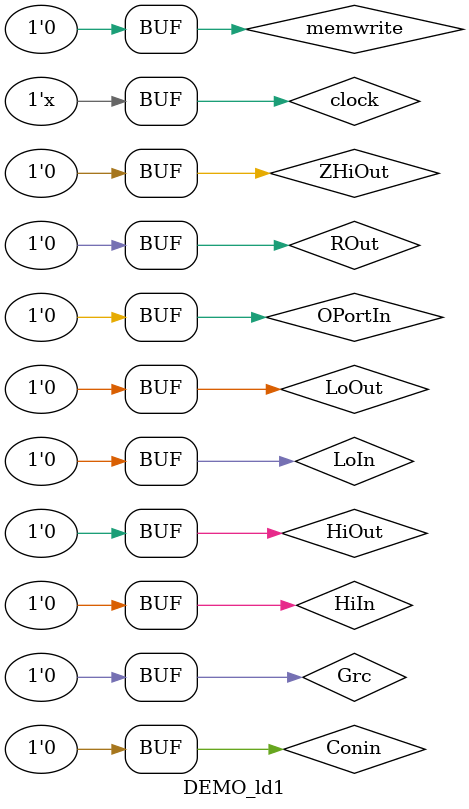
<source format=v>
`timescale 1ns/10ps
module DEMO_ld1();

reg clock, clear;
reg [3:0] present_state;

reg HiIn, LoIn, ZIn, PCIn, MDRIn, MARIn, YIn, OPortIn, IRIn;
initial {HiIn, LoIn, ZIn, PCIn, MDRIn, MARIn, YIn, OPortIn, IRIn} = 0;
reg HiOut, LoOut, ZHiOut, ZLoOut, PCOut, MDROut, IPortOut, COut;
initial {HiOut, LoOut, ZHiOut, ZLoOut, PCOut, MDROut, IPortOut, COut} = 0;

reg [31:0] IPortInput = 0;

reg Gra, Grb, Grc, RIn, ROut, BAOut;
initial {Gra, Grb, Grc, RIn, ROut, BAOut} = 0;

reg Conin = 0;
wire ConOut;

reg memread = 0, memwrite = 0;
reg [4:0] ALUCode = 0;
reg initMem = 0;

DataPath dp(
	clock, clear, 
	HiIn, LoIn, ZIn, PCIn, MDRIn, MARIn, YIn, OPortIn, IRIn,
	HiOut, LoOut, ZHiOut, ZLoOut, PCOut, MDROut, IPortOut, COut,
	IPortInput,
	Gra, Grb, Grc, RIn, ROut, BAOut,
	Conin, ConOut,
	memread, memwrite, 
	ALUCode,
	initMem
);


//states and clock control:
parameter init1 = 4'd1, init2 = 4'd2, init3 = 4'd3, T0 = 4'd4, T1 = 4'd5, T2 = 4'd6, T3 = 4'd7, T4 = 4'd8, T5 = 4'd9, T6 = 4'd10, T7 = 4'd11;//can add more states here
initial begin clock = 0; present_state = 4'd0; end
always #10 clock = ~clock;
always @ (negedge clock) present_state = present_state + 1;



always @(present_state) begin
	case(present_state)
		init1: begin //Preload Register with value
			initMem = 1;
			IPortInput = 32'bxxxxx_0000_xxxx_0000000000000000000;//32'bxxxxx_register_xxxx_value
			IPortOut = 1;
			IRIn = 1;
			#15 IRIn = 0; IPortOut = 0; initMem = 0;
		end
		init2: begin
			Gra = 1;
			RIn = 1;
			COut = 1;
			#15 Gra = 0; RIn = 0; COut = 0;
		end
		init3: begin
			PCIn = 1;
			IPortInput = 32'd311;//preload PC with instruction memory location
			IPortOut = 1;
			#15 PCIn = 0; IPortOut = 0;
		end
		T0: begin
			PCOut = 1; MARIn = 1; ALUCode = 5'b11111; ZIn = 1;
			#15 PCOut = 0; MARIn = 0; ALUCode = 5'b0; ZIn = 0;
		end
		T1: begin
			ZLoOut = 1; PCIn = 1; memread = 1; MDRIn = 1;
			#15 ZLoOut = 0; PCIn = 0; memread = 0; MDRIn = 0;
		end
		T2: begin
			MDROut = 1; IRIn = 1;
			#15 MDROut = 0; IRIn = 0;
		end
		T3: begin
			Grb = 1; BAOut = 1; YIn = 1;
			#15 Grb = 0; BAOut = 0; YIn = 0;
		end
		T4: begin
			COut = 1; ALUCode = 5'b00011; ZIn = 1;
			#15 COut = 0; ZIn = 0;
		end
		T5: begin
			ZLoOut = 1; MARIn = 1;
			#15 ZLoOut = 0; MARIn = 0;
		end
		T6: begin
			memread = 1; MDRIn = 1;
			#15 memread = 0; MDRIn = 0;
		end
		T7: begin
			MDROut = 1; Gra = 1; RIn = 1;
			#15 MDROut = 0; Gra = 0; RIn = 0; 
		end
	endcase
end
endmodule 
</source>
